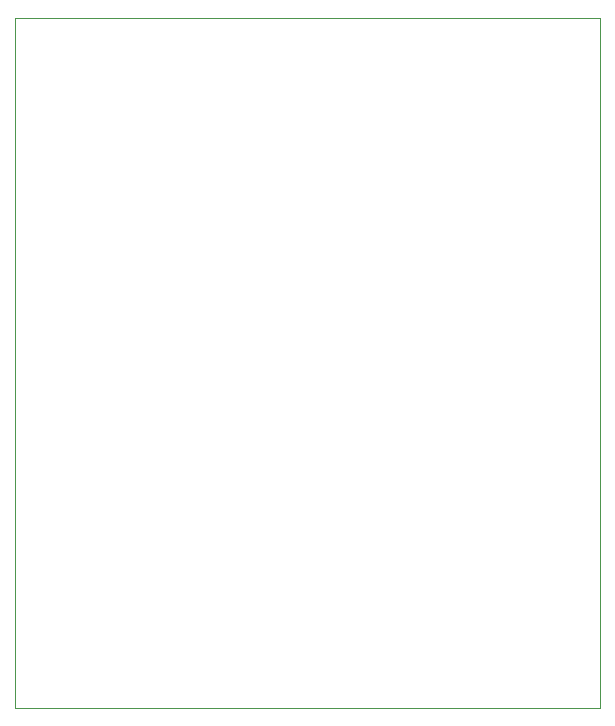
<source format=gbr>
G04 #@! TF.GenerationSoftware,KiCad,Pcbnew,(5.0.2)-1*
G04 #@! TF.CreationDate,2019-04-16T09:03:41+02:00*
G04 #@! TF.ProjectId,V2,56322e6b-6963-4616-945f-706362585858,rev?*
G04 #@! TF.SameCoordinates,Original*
G04 #@! TF.FileFunction,Profile,NP*
%FSLAX46Y46*%
G04 Gerber Fmt 4.6, Leading zero omitted, Abs format (unit mm)*
G04 Created by KiCad (PCBNEW (5.0.2)-1) date 16/04/2019 9:03:41*
%MOMM*%
%LPD*%
G01*
G04 APERTURE LIST*
%ADD10C,0.100000*%
G04 APERTURE END LIST*
D10*
X161391600Y-97536000D02*
X111861600Y-97536000D01*
X161391600Y-39116000D02*
X161391600Y-97536000D01*
X111861600Y-39116000D02*
X161391600Y-39116000D01*
X111861600Y-39116000D02*
X111861600Y-97536000D01*
M02*

</source>
